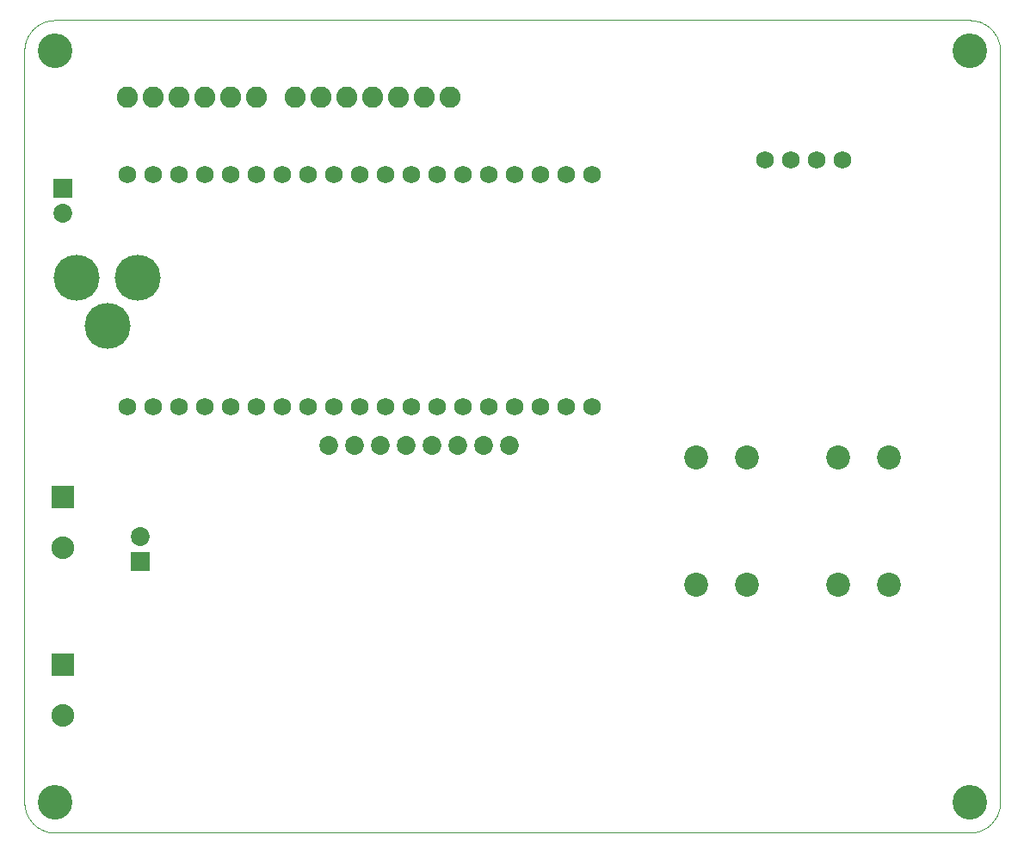
<source format=gts>
G75*
%MOIN*%
%OFA0B0*%
%FSLAX25Y25*%
%IPPOS*%
%LPD*%
%AMOC8*
5,1,8,0,0,1.08239X$1,22.5*
%
%ADD10C,0.00000*%
%ADD11C,0.13398*%
%ADD12R,0.07300X0.07300*%
%ADD13C,0.07300*%
%ADD14R,0.08800X0.08800*%
%ADD15C,0.08800*%
%ADD16C,0.08200*%
%ADD17C,0.09300*%
%ADD18C,0.06800*%
%ADD19C,0.17800*%
D10*
X0015000Y0012811D02*
X0015000Y0304150D01*
X0020512Y0304150D02*
X0020514Y0304308D01*
X0020520Y0304466D01*
X0020530Y0304624D01*
X0020544Y0304782D01*
X0020562Y0304939D01*
X0020583Y0305096D01*
X0020609Y0305252D01*
X0020639Y0305408D01*
X0020672Y0305563D01*
X0020710Y0305716D01*
X0020751Y0305869D01*
X0020796Y0306021D01*
X0020845Y0306172D01*
X0020898Y0306321D01*
X0020954Y0306469D01*
X0021014Y0306615D01*
X0021078Y0306760D01*
X0021146Y0306903D01*
X0021217Y0307045D01*
X0021291Y0307185D01*
X0021369Y0307322D01*
X0021451Y0307458D01*
X0021535Y0307592D01*
X0021624Y0307723D01*
X0021715Y0307852D01*
X0021810Y0307979D01*
X0021907Y0308104D01*
X0022008Y0308226D01*
X0022112Y0308345D01*
X0022219Y0308462D01*
X0022329Y0308576D01*
X0022442Y0308687D01*
X0022557Y0308796D01*
X0022675Y0308901D01*
X0022796Y0309003D01*
X0022919Y0309103D01*
X0023045Y0309199D01*
X0023173Y0309292D01*
X0023303Y0309382D01*
X0023436Y0309468D01*
X0023571Y0309552D01*
X0023707Y0309631D01*
X0023846Y0309708D01*
X0023987Y0309780D01*
X0024129Y0309850D01*
X0024273Y0309915D01*
X0024419Y0309977D01*
X0024566Y0310035D01*
X0024715Y0310090D01*
X0024865Y0310141D01*
X0025016Y0310188D01*
X0025168Y0310231D01*
X0025321Y0310270D01*
X0025476Y0310306D01*
X0025631Y0310337D01*
X0025787Y0310365D01*
X0025943Y0310389D01*
X0026100Y0310409D01*
X0026258Y0310425D01*
X0026415Y0310437D01*
X0026574Y0310445D01*
X0026732Y0310449D01*
X0026890Y0310449D01*
X0027048Y0310445D01*
X0027207Y0310437D01*
X0027364Y0310425D01*
X0027522Y0310409D01*
X0027679Y0310389D01*
X0027835Y0310365D01*
X0027991Y0310337D01*
X0028146Y0310306D01*
X0028301Y0310270D01*
X0028454Y0310231D01*
X0028606Y0310188D01*
X0028757Y0310141D01*
X0028907Y0310090D01*
X0029056Y0310035D01*
X0029203Y0309977D01*
X0029349Y0309915D01*
X0029493Y0309850D01*
X0029635Y0309780D01*
X0029776Y0309708D01*
X0029915Y0309631D01*
X0030051Y0309552D01*
X0030186Y0309468D01*
X0030319Y0309382D01*
X0030449Y0309292D01*
X0030577Y0309199D01*
X0030703Y0309103D01*
X0030826Y0309003D01*
X0030947Y0308901D01*
X0031065Y0308796D01*
X0031180Y0308687D01*
X0031293Y0308576D01*
X0031403Y0308462D01*
X0031510Y0308345D01*
X0031614Y0308226D01*
X0031715Y0308104D01*
X0031812Y0307979D01*
X0031907Y0307852D01*
X0031998Y0307723D01*
X0032087Y0307592D01*
X0032171Y0307458D01*
X0032253Y0307322D01*
X0032331Y0307185D01*
X0032405Y0307045D01*
X0032476Y0306903D01*
X0032544Y0306760D01*
X0032608Y0306615D01*
X0032668Y0306469D01*
X0032724Y0306321D01*
X0032777Y0306172D01*
X0032826Y0306021D01*
X0032871Y0305869D01*
X0032912Y0305716D01*
X0032950Y0305563D01*
X0032983Y0305408D01*
X0033013Y0305252D01*
X0033039Y0305096D01*
X0033060Y0304939D01*
X0033078Y0304782D01*
X0033092Y0304624D01*
X0033102Y0304466D01*
X0033108Y0304308D01*
X0033110Y0304150D01*
X0033108Y0303992D01*
X0033102Y0303834D01*
X0033092Y0303676D01*
X0033078Y0303518D01*
X0033060Y0303361D01*
X0033039Y0303204D01*
X0033013Y0303048D01*
X0032983Y0302892D01*
X0032950Y0302737D01*
X0032912Y0302584D01*
X0032871Y0302431D01*
X0032826Y0302279D01*
X0032777Y0302128D01*
X0032724Y0301979D01*
X0032668Y0301831D01*
X0032608Y0301685D01*
X0032544Y0301540D01*
X0032476Y0301397D01*
X0032405Y0301255D01*
X0032331Y0301115D01*
X0032253Y0300978D01*
X0032171Y0300842D01*
X0032087Y0300708D01*
X0031998Y0300577D01*
X0031907Y0300448D01*
X0031812Y0300321D01*
X0031715Y0300196D01*
X0031614Y0300074D01*
X0031510Y0299955D01*
X0031403Y0299838D01*
X0031293Y0299724D01*
X0031180Y0299613D01*
X0031065Y0299504D01*
X0030947Y0299399D01*
X0030826Y0299297D01*
X0030703Y0299197D01*
X0030577Y0299101D01*
X0030449Y0299008D01*
X0030319Y0298918D01*
X0030186Y0298832D01*
X0030051Y0298748D01*
X0029915Y0298669D01*
X0029776Y0298592D01*
X0029635Y0298520D01*
X0029493Y0298450D01*
X0029349Y0298385D01*
X0029203Y0298323D01*
X0029056Y0298265D01*
X0028907Y0298210D01*
X0028757Y0298159D01*
X0028606Y0298112D01*
X0028454Y0298069D01*
X0028301Y0298030D01*
X0028146Y0297994D01*
X0027991Y0297963D01*
X0027835Y0297935D01*
X0027679Y0297911D01*
X0027522Y0297891D01*
X0027364Y0297875D01*
X0027207Y0297863D01*
X0027048Y0297855D01*
X0026890Y0297851D01*
X0026732Y0297851D01*
X0026574Y0297855D01*
X0026415Y0297863D01*
X0026258Y0297875D01*
X0026100Y0297891D01*
X0025943Y0297911D01*
X0025787Y0297935D01*
X0025631Y0297963D01*
X0025476Y0297994D01*
X0025321Y0298030D01*
X0025168Y0298069D01*
X0025016Y0298112D01*
X0024865Y0298159D01*
X0024715Y0298210D01*
X0024566Y0298265D01*
X0024419Y0298323D01*
X0024273Y0298385D01*
X0024129Y0298450D01*
X0023987Y0298520D01*
X0023846Y0298592D01*
X0023707Y0298669D01*
X0023571Y0298748D01*
X0023436Y0298832D01*
X0023303Y0298918D01*
X0023173Y0299008D01*
X0023045Y0299101D01*
X0022919Y0299197D01*
X0022796Y0299297D01*
X0022675Y0299399D01*
X0022557Y0299504D01*
X0022442Y0299613D01*
X0022329Y0299724D01*
X0022219Y0299838D01*
X0022112Y0299955D01*
X0022008Y0300074D01*
X0021907Y0300196D01*
X0021810Y0300321D01*
X0021715Y0300448D01*
X0021624Y0300577D01*
X0021535Y0300708D01*
X0021451Y0300842D01*
X0021369Y0300978D01*
X0021291Y0301115D01*
X0021217Y0301255D01*
X0021146Y0301397D01*
X0021078Y0301540D01*
X0021014Y0301685D01*
X0020954Y0301831D01*
X0020898Y0301979D01*
X0020845Y0302128D01*
X0020796Y0302279D01*
X0020751Y0302431D01*
X0020710Y0302584D01*
X0020672Y0302737D01*
X0020639Y0302892D01*
X0020609Y0303048D01*
X0020583Y0303204D01*
X0020562Y0303361D01*
X0020544Y0303518D01*
X0020530Y0303676D01*
X0020520Y0303834D01*
X0020514Y0303992D01*
X0020512Y0304150D01*
X0015000Y0304150D02*
X0015003Y0304435D01*
X0015014Y0304721D01*
X0015031Y0305006D01*
X0015055Y0305290D01*
X0015086Y0305574D01*
X0015124Y0305857D01*
X0015169Y0306138D01*
X0015220Y0306419D01*
X0015278Y0306699D01*
X0015343Y0306977D01*
X0015415Y0307253D01*
X0015493Y0307527D01*
X0015578Y0307800D01*
X0015670Y0308070D01*
X0015768Y0308338D01*
X0015872Y0308604D01*
X0015983Y0308867D01*
X0016100Y0309127D01*
X0016223Y0309385D01*
X0016353Y0309639D01*
X0016489Y0309890D01*
X0016630Y0310138D01*
X0016778Y0310382D01*
X0016931Y0310623D01*
X0017091Y0310859D01*
X0017256Y0311092D01*
X0017426Y0311321D01*
X0017602Y0311546D01*
X0017784Y0311766D01*
X0017970Y0311982D01*
X0018162Y0312193D01*
X0018359Y0312400D01*
X0018561Y0312602D01*
X0018768Y0312799D01*
X0018979Y0312991D01*
X0019195Y0313177D01*
X0019415Y0313359D01*
X0019640Y0313535D01*
X0019869Y0313705D01*
X0020102Y0313870D01*
X0020338Y0314030D01*
X0020579Y0314183D01*
X0020823Y0314331D01*
X0021071Y0314472D01*
X0021322Y0314608D01*
X0021576Y0314738D01*
X0021834Y0314861D01*
X0022094Y0314978D01*
X0022357Y0315089D01*
X0022623Y0315193D01*
X0022891Y0315291D01*
X0023161Y0315383D01*
X0023434Y0315468D01*
X0023708Y0315546D01*
X0023984Y0315618D01*
X0024262Y0315683D01*
X0024542Y0315741D01*
X0024823Y0315792D01*
X0025104Y0315837D01*
X0025387Y0315875D01*
X0025671Y0315906D01*
X0025955Y0315930D01*
X0026240Y0315947D01*
X0026526Y0315958D01*
X0026811Y0315961D01*
X0381142Y0315961D01*
X0374843Y0304150D02*
X0374845Y0304308D01*
X0374851Y0304466D01*
X0374861Y0304624D01*
X0374875Y0304782D01*
X0374893Y0304939D01*
X0374914Y0305096D01*
X0374940Y0305252D01*
X0374970Y0305408D01*
X0375003Y0305563D01*
X0375041Y0305716D01*
X0375082Y0305869D01*
X0375127Y0306021D01*
X0375176Y0306172D01*
X0375229Y0306321D01*
X0375285Y0306469D01*
X0375345Y0306615D01*
X0375409Y0306760D01*
X0375477Y0306903D01*
X0375548Y0307045D01*
X0375622Y0307185D01*
X0375700Y0307322D01*
X0375782Y0307458D01*
X0375866Y0307592D01*
X0375955Y0307723D01*
X0376046Y0307852D01*
X0376141Y0307979D01*
X0376238Y0308104D01*
X0376339Y0308226D01*
X0376443Y0308345D01*
X0376550Y0308462D01*
X0376660Y0308576D01*
X0376773Y0308687D01*
X0376888Y0308796D01*
X0377006Y0308901D01*
X0377127Y0309003D01*
X0377250Y0309103D01*
X0377376Y0309199D01*
X0377504Y0309292D01*
X0377634Y0309382D01*
X0377767Y0309468D01*
X0377902Y0309552D01*
X0378038Y0309631D01*
X0378177Y0309708D01*
X0378318Y0309780D01*
X0378460Y0309850D01*
X0378604Y0309915D01*
X0378750Y0309977D01*
X0378897Y0310035D01*
X0379046Y0310090D01*
X0379196Y0310141D01*
X0379347Y0310188D01*
X0379499Y0310231D01*
X0379652Y0310270D01*
X0379807Y0310306D01*
X0379962Y0310337D01*
X0380118Y0310365D01*
X0380274Y0310389D01*
X0380431Y0310409D01*
X0380589Y0310425D01*
X0380746Y0310437D01*
X0380905Y0310445D01*
X0381063Y0310449D01*
X0381221Y0310449D01*
X0381379Y0310445D01*
X0381538Y0310437D01*
X0381695Y0310425D01*
X0381853Y0310409D01*
X0382010Y0310389D01*
X0382166Y0310365D01*
X0382322Y0310337D01*
X0382477Y0310306D01*
X0382632Y0310270D01*
X0382785Y0310231D01*
X0382937Y0310188D01*
X0383088Y0310141D01*
X0383238Y0310090D01*
X0383387Y0310035D01*
X0383534Y0309977D01*
X0383680Y0309915D01*
X0383824Y0309850D01*
X0383966Y0309780D01*
X0384107Y0309708D01*
X0384246Y0309631D01*
X0384382Y0309552D01*
X0384517Y0309468D01*
X0384650Y0309382D01*
X0384780Y0309292D01*
X0384908Y0309199D01*
X0385034Y0309103D01*
X0385157Y0309003D01*
X0385278Y0308901D01*
X0385396Y0308796D01*
X0385511Y0308687D01*
X0385624Y0308576D01*
X0385734Y0308462D01*
X0385841Y0308345D01*
X0385945Y0308226D01*
X0386046Y0308104D01*
X0386143Y0307979D01*
X0386238Y0307852D01*
X0386329Y0307723D01*
X0386418Y0307592D01*
X0386502Y0307458D01*
X0386584Y0307322D01*
X0386662Y0307185D01*
X0386736Y0307045D01*
X0386807Y0306903D01*
X0386875Y0306760D01*
X0386939Y0306615D01*
X0386999Y0306469D01*
X0387055Y0306321D01*
X0387108Y0306172D01*
X0387157Y0306021D01*
X0387202Y0305869D01*
X0387243Y0305716D01*
X0387281Y0305563D01*
X0387314Y0305408D01*
X0387344Y0305252D01*
X0387370Y0305096D01*
X0387391Y0304939D01*
X0387409Y0304782D01*
X0387423Y0304624D01*
X0387433Y0304466D01*
X0387439Y0304308D01*
X0387441Y0304150D01*
X0387439Y0303992D01*
X0387433Y0303834D01*
X0387423Y0303676D01*
X0387409Y0303518D01*
X0387391Y0303361D01*
X0387370Y0303204D01*
X0387344Y0303048D01*
X0387314Y0302892D01*
X0387281Y0302737D01*
X0387243Y0302584D01*
X0387202Y0302431D01*
X0387157Y0302279D01*
X0387108Y0302128D01*
X0387055Y0301979D01*
X0386999Y0301831D01*
X0386939Y0301685D01*
X0386875Y0301540D01*
X0386807Y0301397D01*
X0386736Y0301255D01*
X0386662Y0301115D01*
X0386584Y0300978D01*
X0386502Y0300842D01*
X0386418Y0300708D01*
X0386329Y0300577D01*
X0386238Y0300448D01*
X0386143Y0300321D01*
X0386046Y0300196D01*
X0385945Y0300074D01*
X0385841Y0299955D01*
X0385734Y0299838D01*
X0385624Y0299724D01*
X0385511Y0299613D01*
X0385396Y0299504D01*
X0385278Y0299399D01*
X0385157Y0299297D01*
X0385034Y0299197D01*
X0384908Y0299101D01*
X0384780Y0299008D01*
X0384650Y0298918D01*
X0384517Y0298832D01*
X0384382Y0298748D01*
X0384246Y0298669D01*
X0384107Y0298592D01*
X0383966Y0298520D01*
X0383824Y0298450D01*
X0383680Y0298385D01*
X0383534Y0298323D01*
X0383387Y0298265D01*
X0383238Y0298210D01*
X0383088Y0298159D01*
X0382937Y0298112D01*
X0382785Y0298069D01*
X0382632Y0298030D01*
X0382477Y0297994D01*
X0382322Y0297963D01*
X0382166Y0297935D01*
X0382010Y0297911D01*
X0381853Y0297891D01*
X0381695Y0297875D01*
X0381538Y0297863D01*
X0381379Y0297855D01*
X0381221Y0297851D01*
X0381063Y0297851D01*
X0380905Y0297855D01*
X0380746Y0297863D01*
X0380589Y0297875D01*
X0380431Y0297891D01*
X0380274Y0297911D01*
X0380118Y0297935D01*
X0379962Y0297963D01*
X0379807Y0297994D01*
X0379652Y0298030D01*
X0379499Y0298069D01*
X0379347Y0298112D01*
X0379196Y0298159D01*
X0379046Y0298210D01*
X0378897Y0298265D01*
X0378750Y0298323D01*
X0378604Y0298385D01*
X0378460Y0298450D01*
X0378318Y0298520D01*
X0378177Y0298592D01*
X0378038Y0298669D01*
X0377902Y0298748D01*
X0377767Y0298832D01*
X0377634Y0298918D01*
X0377504Y0299008D01*
X0377376Y0299101D01*
X0377250Y0299197D01*
X0377127Y0299297D01*
X0377006Y0299399D01*
X0376888Y0299504D01*
X0376773Y0299613D01*
X0376660Y0299724D01*
X0376550Y0299838D01*
X0376443Y0299955D01*
X0376339Y0300074D01*
X0376238Y0300196D01*
X0376141Y0300321D01*
X0376046Y0300448D01*
X0375955Y0300577D01*
X0375866Y0300708D01*
X0375782Y0300842D01*
X0375700Y0300978D01*
X0375622Y0301115D01*
X0375548Y0301255D01*
X0375477Y0301397D01*
X0375409Y0301540D01*
X0375345Y0301685D01*
X0375285Y0301831D01*
X0375229Y0301979D01*
X0375176Y0302128D01*
X0375127Y0302279D01*
X0375082Y0302431D01*
X0375041Y0302584D01*
X0375003Y0302737D01*
X0374970Y0302892D01*
X0374940Y0303048D01*
X0374914Y0303204D01*
X0374893Y0303361D01*
X0374875Y0303518D01*
X0374861Y0303676D01*
X0374851Y0303834D01*
X0374845Y0303992D01*
X0374843Y0304150D01*
X0381142Y0315961D02*
X0381427Y0315958D01*
X0381713Y0315947D01*
X0381998Y0315930D01*
X0382282Y0315906D01*
X0382566Y0315875D01*
X0382849Y0315837D01*
X0383130Y0315792D01*
X0383411Y0315741D01*
X0383691Y0315683D01*
X0383969Y0315618D01*
X0384245Y0315546D01*
X0384519Y0315468D01*
X0384792Y0315383D01*
X0385062Y0315291D01*
X0385330Y0315193D01*
X0385596Y0315089D01*
X0385859Y0314978D01*
X0386119Y0314861D01*
X0386377Y0314738D01*
X0386631Y0314608D01*
X0386882Y0314472D01*
X0387130Y0314331D01*
X0387374Y0314183D01*
X0387615Y0314030D01*
X0387851Y0313870D01*
X0388084Y0313705D01*
X0388313Y0313535D01*
X0388538Y0313359D01*
X0388758Y0313177D01*
X0388974Y0312991D01*
X0389185Y0312799D01*
X0389392Y0312602D01*
X0389594Y0312400D01*
X0389791Y0312193D01*
X0389983Y0311982D01*
X0390169Y0311766D01*
X0390351Y0311546D01*
X0390527Y0311321D01*
X0390697Y0311092D01*
X0390862Y0310859D01*
X0391022Y0310623D01*
X0391175Y0310382D01*
X0391323Y0310138D01*
X0391464Y0309890D01*
X0391600Y0309639D01*
X0391730Y0309385D01*
X0391853Y0309127D01*
X0391970Y0308867D01*
X0392081Y0308604D01*
X0392185Y0308338D01*
X0392283Y0308070D01*
X0392375Y0307800D01*
X0392460Y0307527D01*
X0392538Y0307253D01*
X0392610Y0306977D01*
X0392675Y0306699D01*
X0392733Y0306419D01*
X0392784Y0306138D01*
X0392829Y0305857D01*
X0392867Y0305574D01*
X0392898Y0305290D01*
X0392922Y0305006D01*
X0392939Y0304721D01*
X0392950Y0304435D01*
X0392953Y0304150D01*
X0392953Y0012811D01*
X0374843Y0012811D02*
X0374845Y0012969D01*
X0374851Y0013127D01*
X0374861Y0013285D01*
X0374875Y0013443D01*
X0374893Y0013600D01*
X0374914Y0013757D01*
X0374940Y0013913D01*
X0374970Y0014069D01*
X0375003Y0014224D01*
X0375041Y0014377D01*
X0375082Y0014530D01*
X0375127Y0014682D01*
X0375176Y0014833D01*
X0375229Y0014982D01*
X0375285Y0015130D01*
X0375345Y0015276D01*
X0375409Y0015421D01*
X0375477Y0015564D01*
X0375548Y0015706D01*
X0375622Y0015846D01*
X0375700Y0015983D01*
X0375782Y0016119D01*
X0375866Y0016253D01*
X0375955Y0016384D01*
X0376046Y0016513D01*
X0376141Y0016640D01*
X0376238Y0016765D01*
X0376339Y0016887D01*
X0376443Y0017006D01*
X0376550Y0017123D01*
X0376660Y0017237D01*
X0376773Y0017348D01*
X0376888Y0017457D01*
X0377006Y0017562D01*
X0377127Y0017664D01*
X0377250Y0017764D01*
X0377376Y0017860D01*
X0377504Y0017953D01*
X0377634Y0018043D01*
X0377767Y0018129D01*
X0377902Y0018213D01*
X0378038Y0018292D01*
X0378177Y0018369D01*
X0378318Y0018441D01*
X0378460Y0018511D01*
X0378604Y0018576D01*
X0378750Y0018638D01*
X0378897Y0018696D01*
X0379046Y0018751D01*
X0379196Y0018802D01*
X0379347Y0018849D01*
X0379499Y0018892D01*
X0379652Y0018931D01*
X0379807Y0018967D01*
X0379962Y0018998D01*
X0380118Y0019026D01*
X0380274Y0019050D01*
X0380431Y0019070D01*
X0380589Y0019086D01*
X0380746Y0019098D01*
X0380905Y0019106D01*
X0381063Y0019110D01*
X0381221Y0019110D01*
X0381379Y0019106D01*
X0381538Y0019098D01*
X0381695Y0019086D01*
X0381853Y0019070D01*
X0382010Y0019050D01*
X0382166Y0019026D01*
X0382322Y0018998D01*
X0382477Y0018967D01*
X0382632Y0018931D01*
X0382785Y0018892D01*
X0382937Y0018849D01*
X0383088Y0018802D01*
X0383238Y0018751D01*
X0383387Y0018696D01*
X0383534Y0018638D01*
X0383680Y0018576D01*
X0383824Y0018511D01*
X0383966Y0018441D01*
X0384107Y0018369D01*
X0384246Y0018292D01*
X0384382Y0018213D01*
X0384517Y0018129D01*
X0384650Y0018043D01*
X0384780Y0017953D01*
X0384908Y0017860D01*
X0385034Y0017764D01*
X0385157Y0017664D01*
X0385278Y0017562D01*
X0385396Y0017457D01*
X0385511Y0017348D01*
X0385624Y0017237D01*
X0385734Y0017123D01*
X0385841Y0017006D01*
X0385945Y0016887D01*
X0386046Y0016765D01*
X0386143Y0016640D01*
X0386238Y0016513D01*
X0386329Y0016384D01*
X0386418Y0016253D01*
X0386502Y0016119D01*
X0386584Y0015983D01*
X0386662Y0015846D01*
X0386736Y0015706D01*
X0386807Y0015564D01*
X0386875Y0015421D01*
X0386939Y0015276D01*
X0386999Y0015130D01*
X0387055Y0014982D01*
X0387108Y0014833D01*
X0387157Y0014682D01*
X0387202Y0014530D01*
X0387243Y0014377D01*
X0387281Y0014224D01*
X0387314Y0014069D01*
X0387344Y0013913D01*
X0387370Y0013757D01*
X0387391Y0013600D01*
X0387409Y0013443D01*
X0387423Y0013285D01*
X0387433Y0013127D01*
X0387439Y0012969D01*
X0387441Y0012811D01*
X0387439Y0012653D01*
X0387433Y0012495D01*
X0387423Y0012337D01*
X0387409Y0012179D01*
X0387391Y0012022D01*
X0387370Y0011865D01*
X0387344Y0011709D01*
X0387314Y0011553D01*
X0387281Y0011398D01*
X0387243Y0011245D01*
X0387202Y0011092D01*
X0387157Y0010940D01*
X0387108Y0010789D01*
X0387055Y0010640D01*
X0386999Y0010492D01*
X0386939Y0010346D01*
X0386875Y0010201D01*
X0386807Y0010058D01*
X0386736Y0009916D01*
X0386662Y0009776D01*
X0386584Y0009639D01*
X0386502Y0009503D01*
X0386418Y0009369D01*
X0386329Y0009238D01*
X0386238Y0009109D01*
X0386143Y0008982D01*
X0386046Y0008857D01*
X0385945Y0008735D01*
X0385841Y0008616D01*
X0385734Y0008499D01*
X0385624Y0008385D01*
X0385511Y0008274D01*
X0385396Y0008165D01*
X0385278Y0008060D01*
X0385157Y0007958D01*
X0385034Y0007858D01*
X0384908Y0007762D01*
X0384780Y0007669D01*
X0384650Y0007579D01*
X0384517Y0007493D01*
X0384382Y0007409D01*
X0384246Y0007330D01*
X0384107Y0007253D01*
X0383966Y0007181D01*
X0383824Y0007111D01*
X0383680Y0007046D01*
X0383534Y0006984D01*
X0383387Y0006926D01*
X0383238Y0006871D01*
X0383088Y0006820D01*
X0382937Y0006773D01*
X0382785Y0006730D01*
X0382632Y0006691D01*
X0382477Y0006655D01*
X0382322Y0006624D01*
X0382166Y0006596D01*
X0382010Y0006572D01*
X0381853Y0006552D01*
X0381695Y0006536D01*
X0381538Y0006524D01*
X0381379Y0006516D01*
X0381221Y0006512D01*
X0381063Y0006512D01*
X0380905Y0006516D01*
X0380746Y0006524D01*
X0380589Y0006536D01*
X0380431Y0006552D01*
X0380274Y0006572D01*
X0380118Y0006596D01*
X0379962Y0006624D01*
X0379807Y0006655D01*
X0379652Y0006691D01*
X0379499Y0006730D01*
X0379347Y0006773D01*
X0379196Y0006820D01*
X0379046Y0006871D01*
X0378897Y0006926D01*
X0378750Y0006984D01*
X0378604Y0007046D01*
X0378460Y0007111D01*
X0378318Y0007181D01*
X0378177Y0007253D01*
X0378038Y0007330D01*
X0377902Y0007409D01*
X0377767Y0007493D01*
X0377634Y0007579D01*
X0377504Y0007669D01*
X0377376Y0007762D01*
X0377250Y0007858D01*
X0377127Y0007958D01*
X0377006Y0008060D01*
X0376888Y0008165D01*
X0376773Y0008274D01*
X0376660Y0008385D01*
X0376550Y0008499D01*
X0376443Y0008616D01*
X0376339Y0008735D01*
X0376238Y0008857D01*
X0376141Y0008982D01*
X0376046Y0009109D01*
X0375955Y0009238D01*
X0375866Y0009369D01*
X0375782Y0009503D01*
X0375700Y0009639D01*
X0375622Y0009776D01*
X0375548Y0009916D01*
X0375477Y0010058D01*
X0375409Y0010201D01*
X0375345Y0010346D01*
X0375285Y0010492D01*
X0375229Y0010640D01*
X0375176Y0010789D01*
X0375127Y0010940D01*
X0375082Y0011092D01*
X0375041Y0011245D01*
X0375003Y0011398D01*
X0374970Y0011553D01*
X0374940Y0011709D01*
X0374914Y0011865D01*
X0374893Y0012022D01*
X0374875Y0012179D01*
X0374861Y0012337D01*
X0374851Y0012495D01*
X0374845Y0012653D01*
X0374843Y0012811D01*
X0381142Y0001000D02*
X0381427Y0001003D01*
X0381713Y0001014D01*
X0381998Y0001031D01*
X0382282Y0001055D01*
X0382566Y0001086D01*
X0382849Y0001124D01*
X0383130Y0001169D01*
X0383411Y0001220D01*
X0383691Y0001278D01*
X0383969Y0001343D01*
X0384245Y0001415D01*
X0384519Y0001493D01*
X0384792Y0001578D01*
X0385062Y0001670D01*
X0385330Y0001768D01*
X0385596Y0001872D01*
X0385859Y0001983D01*
X0386119Y0002100D01*
X0386377Y0002223D01*
X0386631Y0002353D01*
X0386882Y0002489D01*
X0387130Y0002630D01*
X0387374Y0002778D01*
X0387615Y0002931D01*
X0387851Y0003091D01*
X0388084Y0003256D01*
X0388313Y0003426D01*
X0388538Y0003602D01*
X0388758Y0003784D01*
X0388974Y0003970D01*
X0389185Y0004162D01*
X0389392Y0004359D01*
X0389594Y0004561D01*
X0389791Y0004768D01*
X0389983Y0004979D01*
X0390169Y0005195D01*
X0390351Y0005415D01*
X0390527Y0005640D01*
X0390697Y0005869D01*
X0390862Y0006102D01*
X0391022Y0006338D01*
X0391175Y0006579D01*
X0391323Y0006823D01*
X0391464Y0007071D01*
X0391600Y0007322D01*
X0391730Y0007576D01*
X0391853Y0007834D01*
X0391970Y0008094D01*
X0392081Y0008357D01*
X0392185Y0008623D01*
X0392283Y0008891D01*
X0392375Y0009161D01*
X0392460Y0009434D01*
X0392538Y0009708D01*
X0392610Y0009984D01*
X0392675Y0010262D01*
X0392733Y0010542D01*
X0392784Y0010823D01*
X0392829Y0011104D01*
X0392867Y0011387D01*
X0392898Y0011671D01*
X0392922Y0011955D01*
X0392939Y0012240D01*
X0392950Y0012526D01*
X0392953Y0012811D01*
X0381142Y0001000D02*
X0026811Y0001000D01*
X0020512Y0012811D02*
X0020514Y0012969D01*
X0020520Y0013127D01*
X0020530Y0013285D01*
X0020544Y0013443D01*
X0020562Y0013600D01*
X0020583Y0013757D01*
X0020609Y0013913D01*
X0020639Y0014069D01*
X0020672Y0014224D01*
X0020710Y0014377D01*
X0020751Y0014530D01*
X0020796Y0014682D01*
X0020845Y0014833D01*
X0020898Y0014982D01*
X0020954Y0015130D01*
X0021014Y0015276D01*
X0021078Y0015421D01*
X0021146Y0015564D01*
X0021217Y0015706D01*
X0021291Y0015846D01*
X0021369Y0015983D01*
X0021451Y0016119D01*
X0021535Y0016253D01*
X0021624Y0016384D01*
X0021715Y0016513D01*
X0021810Y0016640D01*
X0021907Y0016765D01*
X0022008Y0016887D01*
X0022112Y0017006D01*
X0022219Y0017123D01*
X0022329Y0017237D01*
X0022442Y0017348D01*
X0022557Y0017457D01*
X0022675Y0017562D01*
X0022796Y0017664D01*
X0022919Y0017764D01*
X0023045Y0017860D01*
X0023173Y0017953D01*
X0023303Y0018043D01*
X0023436Y0018129D01*
X0023571Y0018213D01*
X0023707Y0018292D01*
X0023846Y0018369D01*
X0023987Y0018441D01*
X0024129Y0018511D01*
X0024273Y0018576D01*
X0024419Y0018638D01*
X0024566Y0018696D01*
X0024715Y0018751D01*
X0024865Y0018802D01*
X0025016Y0018849D01*
X0025168Y0018892D01*
X0025321Y0018931D01*
X0025476Y0018967D01*
X0025631Y0018998D01*
X0025787Y0019026D01*
X0025943Y0019050D01*
X0026100Y0019070D01*
X0026258Y0019086D01*
X0026415Y0019098D01*
X0026574Y0019106D01*
X0026732Y0019110D01*
X0026890Y0019110D01*
X0027048Y0019106D01*
X0027207Y0019098D01*
X0027364Y0019086D01*
X0027522Y0019070D01*
X0027679Y0019050D01*
X0027835Y0019026D01*
X0027991Y0018998D01*
X0028146Y0018967D01*
X0028301Y0018931D01*
X0028454Y0018892D01*
X0028606Y0018849D01*
X0028757Y0018802D01*
X0028907Y0018751D01*
X0029056Y0018696D01*
X0029203Y0018638D01*
X0029349Y0018576D01*
X0029493Y0018511D01*
X0029635Y0018441D01*
X0029776Y0018369D01*
X0029915Y0018292D01*
X0030051Y0018213D01*
X0030186Y0018129D01*
X0030319Y0018043D01*
X0030449Y0017953D01*
X0030577Y0017860D01*
X0030703Y0017764D01*
X0030826Y0017664D01*
X0030947Y0017562D01*
X0031065Y0017457D01*
X0031180Y0017348D01*
X0031293Y0017237D01*
X0031403Y0017123D01*
X0031510Y0017006D01*
X0031614Y0016887D01*
X0031715Y0016765D01*
X0031812Y0016640D01*
X0031907Y0016513D01*
X0031998Y0016384D01*
X0032087Y0016253D01*
X0032171Y0016119D01*
X0032253Y0015983D01*
X0032331Y0015846D01*
X0032405Y0015706D01*
X0032476Y0015564D01*
X0032544Y0015421D01*
X0032608Y0015276D01*
X0032668Y0015130D01*
X0032724Y0014982D01*
X0032777Y0014833D01*
X0032826Y0014682D01*
X0032871Y0014530D01*
X0032912Y0014377D01*
X0032950Y0014224D01*
X0032983Y0014069D01*
X0033013Y0013913D01*
X0033039Y0013757D01*
X0033060Y0013600D01*
X0033078Y0013443D01*
X0033092Y0013285D01*
X0033102Y0013127D01*
X0033108Y0012969D01*
X0033110Y0012811D01*
X0033108Y0012653D01*
X0033102Y0012495D01*
X0033092Y0012337D01*
X0033078Y0012179D01*
X0033060Y0012022D01*
X0033039Y0011865D01*
X0033013Y0011709D01*
X0032983Y0011553D01*
X0032950Y0011398D01*
X0032912Y0011245D01*
X0032871Y0011092D01*
X0032826Y0010940D01*
X0032777Y0010789D01*
X0032724Y0010640D01*
X0032668Y0010492D01*
X0032608Y0010346D01*
X0032544Y0010201D01*
X0032476Y0010058D01*
X0032405Y0009916D01*
X0032331Y0009776D01*
X0032253Y0009639D01*
X0032171Y0009503D01*
X0032087Y0009369D01*
X0031998Y0009238D01*
X0031907Y0009109D01*
X0031812Y0008982D01*
X0031715Y0008857D01*
X0031614Y0008735D01*
X0031510Y0008616D01*
X0031403Y0008499D01*
X0031293Y0008385D01*
X0031180Y0008274D01*
X0031065Y0008165D01*
X0030947Y0008060D01*
X0030826Y0007958D01*
X0030703Y0007858D01*
X0030577Y0007762D01*
X0030449Y0007669D01*
X0030319Y0007579D01*
X0030186Y0007493D01*
X0030051Y0007409D01*
X0029915Y0007330D01*
X0029776Y0007253D01*
X0029635Y0007181D01*
X0029493Y0007111D01*
X0029349Y0007046D01*
X0029203Y0006984D01*
X0029056Y0006926D01*
X0028907Y0006871D01*
X0028757Y0006820D01*
X0028606Y0006773D01*
X0028454Y0006730D01*
X0028301Y0006691D01*
X0028146Y0006655D01*
X0027991Y0006624D01*
X0027835Y0006596D01*
X0027679Y0006572D01*
X0027522Y0006552D01*
X0027364Y0006536D01*
X0027207Y0006524D01*
X0027048Y0006516D01*
X0026890Y0006512D01*
X0026732Y0006512D01*
X0026574Y0006516D01*
X0026415Y0006524D01*
X0026258Y0006536D01*
X0026100Y0006552D01*
X0025943Y0006572D01*
X0025787Y0006596D01*
X0025631Y0006624D01*
X0025476Y0006655D01*
X0025321Y0006691D01*
X0025168Y0006730D01*
X0025016Y0006773D01*
X0024865Y0006820D01*
X0024715Y0006871D01*
X0024566Y0006926D01*
X0024419Y0006984D01*
X0024273Y0007046D01*
X0024129Y0007111D01*
X0023987Y0007181D01*
X0023846Y0007253D01*
X0023707Y0007330D01*
X0023571Y0007409D01*
X0023436Y0007493D01*
X0023303Y0007579D01*
X0023173Y0007669D01*
X0023045Y0007762D01*
X0022919Y0007858D01*
X0022796Y0007958D01*
X0022675Y0008060D01*
X0022557Y0008165D01*
X0022442Y0008274D01*
X0022329Y0008385D01*
X0022219Y0008499D01*
X0022112Y0008616D01*
X0022008Y0008735D01*
X0021907Y0008857D01*
X0021810Y0008982D01*
X0021715Y0009109D01*
X0021624Y0009238D01*
X0021535Y0009369D01*
X0021451Y0009503D01*
X0021369Y0009639D01*
X0021291Y0009776D01*
X0021217Y0009916D01*
X0021146Y0010058D01*
X0021078Y0010201D01*
X0021014Y0010346D01*
X0020954Y0010492D01*
X0020898Y0010640D01*
X0020845Y0010789D01*
X0020796Y0010940D01*
X0020751Y0011092D01*
X0020710Y0011245D01*
X0020672Y0011398D01*
X0020639Y0011553D01*
X0020609Y0011709D01*
X0020583Y0011865D01*
X0020562Y0012022D01*
X0020544Y0012179D01*
X0020530Y0012337D01*
X0020520Y0012495D01*
X0020514Y0012653D01*
X0020512Y0012811D01*
X0015000Y0012811D02*
X0015003Y0012526D01*
X0015014Y0012240D01*
X0015031Y0011955D01*
X0015055Y0011671D01*
X0015086Y0011387D01*
X0015124Y0011104D01*
X0015169Y0010823D01*
X0015220Y0010542D01*
X0015278Y0010262D01*
X0015343Y0009984D01*
X0015415Y0009708D01*
X0015493Y0009434D01*
X0015578Y0009161D01*
X0015670Y0008891D01*
X0015768Y0008623D01*
X0015872Y0008357D01*
X0015983Y0008094D01*
X0016100Y0007834D01*
X0016223Y0007576D01*
X0016353Y0007322D01*
X0016489Y0007071D01*
X0016630Y0006823D01*
X0016778Y0006579D01*
X0016931Y0006338D01*
X0017091Y0006102D01*
X0017256Y0005869D01*
X0017426Y0005640D01*
X0017602Y0005415D01*
X0017784Y0005195D01*
X0017970Y0004979D01*
X0018162Y0004768D01*
X0018359Y0004561D01*
X0018561Y0004359D01*
X0018768Y0004162D01*
X0018979Y0003970D01*
X0019195Y0003784D01*
X0019415Y0003602D01*
X0019640Y0003426D01*
X0019869Y0003256D01*
X0020102Y0003091D01*
X0020338Y0002931D01*
X0020579Y0002778D01*
X0020823Y0002630D01*
X0021071Y0002489D01*
X0021322Y0002353D01*
X0021576Y0002223D01*
X0021834Y0002100D01*
X0022094Y0001983D01*
X0022357Y0001872D01*
X0022623Y0001768D01*
X0022891Y0001670D01*
X0023161Y0001578D01*
X0023434Y0001493D01*
X0023708Y0001415D01*
X0023984Y0001343D01*
X0024262Y0001278D01*
X0024542Y0001220D01*
X0024823Y0001169D01*
X0025104Y0001124D01*
X0025387Y0001086D01*
X0025671Y0001055D01*
X0025955Y0001031D01*
X0026240Y0001014D01*
X0026526Y0001003D01*
X0026811Y0001000D01*
D11*
X0026811Y0012811D03*
X0381142Y0012811D03*
X0381142Y0304150D03*
X0026811Y0304150D03*
D12*
X0030000Y0250921D03*
X0060000Y0106079D03*
D13*
X0060000Y0115921D03*
X0132874Y0151000D03*
X0142874Y0151000D03*
X0152874Y0151000D03*
X0162874Y0151000D03*
X0172874Y0151000D03*
X0182874Y0151000D03*
X0192874Y0151000D03*
X0202874Y0151000D03*
X0030000Y0241079D03*
D14*
X0030000Y0131000D03*
X0030000Y0066000D03*
D15*
X0030000Y0046315D03*
X0030000Y0111315D03*
D16*
X0055000Y0286000D03*
X0065000Y0286000D03*
X0075000Y0286000D03*
X0085000Y0286000D03*
X0095000Y0286000D03*
X0105000Y0286000D03*
X0120000Y0286000D03*
X0130000Y0286000D03*
X0140000Y0286000D03*
X0150000Y0286000D03*
X0160000Y0286000D03*
X0170000Y0286000D03*
X0180000Y0286000D03*
D17*
X0275157Y0146315D03*
X0294843Y0146315D03*
X0330157Y0146315D03*
X0349843Y0146315D03*
X0349843Y0097102D03*
X0330157Y0097102D03*
X0294843Y0097102D03*
X0275157Y0097102D03*
D18*
X0235000Y0166000D03*
X0225000Y0166000D03*
X0215000Y0166000D03*
X0205000Y0166000D03*
X0195000Y0166000D03*
X0185000Y0166000D03*
X0175000Y0166000D03*
X0165000Y0166000D03*
X0155000Y0166000D03*
X0145000Y0166000D03*
X0135000Y0166000D03*
X0125000Y0166000D03*
X0115000Y0166000D03*
X0105000Y0166000D03*
X0095000Y0166000D03*
X0085000Y0166000D03*
X0075000Y0166000D03*
X0065000Y0166000D03*
X0055000Y0166000D03*
X0055000Y0256000D03*
X0065000Y0256000D03*
X0075000Y0256000D03*
X0085000Y0256000D03*
X0095000Y0256000D03*
X0105000Y0256000D03*
X0115000Y0256000D03*
X0125000Y0256000D03*
X0135000Y0256000D03*
X0145000Y0256000D03*
X0155000Y0256000D03*
X0165000Y0256000D03*
X0175000Y0256000D03*
X0185000Y0256000D03*
X0195000Y0256000D03*
X0205000Y0256000D03*
X0215000Y0256000D03*
X0225000Y0256000D03*
X0235000Y0256000D03*
X0301969Y0261709D03*
X0311969Y0261709D03*
X0321969Y0261709D03*
X0331969Y0261709D03*
D19*
X0058937Y0216000D03*
X0047126Y0197496D03*
X0035315Y0216000D03*
M02*

</source>
